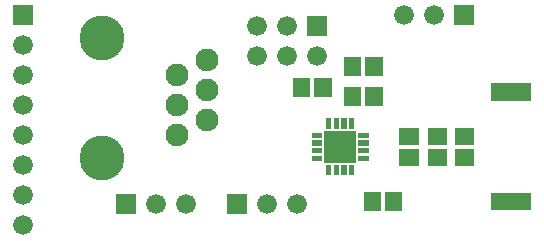
<source format=gbr>
G04 start of page 6 for group -4063 idx -4063 *
G04 Title: (unknown), componentmask *
G04 Creator: pcb 20110918 *
G04 CreationDate: Sun 25 Aug 2013 09:43:08 PM GMT UTC *
G04 For: ndholmes *
G04 Format: Gerber/RS-274X *
G04 PCB-Dimensions: 180000 82000 *
G04 PCB-Coordinate-Origin: lower left *
%MOIN*%
%FSLAX25Y25*%
%LNTOPMASK*%
%ADD48R,0.0176X0.0176*%
%ADD47R,0.0570X0.0570*%
%ADD46R,0.0572X0.0572*%
%ADD45C,0.1500*%
%ADD44C,0.0660*%
%ADD43C,0.0001*%
%ADD42C,0.0760*%
G54D42*X68000Y61000D03*
X58000Y56000D03*
Y46000D03*
Y36000D03*
X68000Y51000D03*
Y41000D03*
G54D43*G36*
X101200Y75800D02*Y69200D01*
X107800D01*
Y75800D01*
X101200D01*
G37*
G54D44*X94500Y72500D03*
X84500D03*
X104500Y62500D03*
X94500D03*
X84500D03*
G54D43*G36*
X150200Y79300D02*Y72700D01*
X156800D01*
Y79300D01*
X150200D01*
G37*
G54D44*X143500Y76000D03*
X133500D03*
X6500Y46000D03*
Y36000D03*
Y26000D03*
Y16000D03*
G54D45*X33000Y28500D03*
G54D43*G36*
X3200Y79300D02*Y72700D01*
X9800D01*
Y79300D01*
X3200D01*
G37*
G54D44*X6500Y66000D03*
Y56000D03*
G54D45*X33000Y68500D03*
G54D44*X6500Y6000D03*
G54D43*G36*
X37700Y16300D02*Y9700D01*
X44300D01*
Y16300D01*
X37700D01*
G37*
G54D44*X51000Y13000D03*
X61000D03*
G54D43*G36*
X74700Y16300D02*Y9700D01*
X81300D01*
Y16300D01*
X74700D01*
G37*
G54D44*X88000Y13000D03*
X98000D03*
G54D46*X134857Y35705D02*X135643D01*
X134857Y28619D02*X135643D01*
X144357Y35705D02*X145143D01*
X144357Y28619D02*X145143D01*
X153357Y35705D02*X154143D01*
X153357Y28619D02*X154143D01*
X130086Y14393D02*Y13607D01*
X123000Y14393D02*Y13607D01*
G54D47*X165500Y50462D02*X173000D01*
X165500Y13862D02*X173000D01*
G54D48*X119150Y28324D02*X120850D01*
X119150Y30883D02*X120850D01*
X119150Y33441D02*X120850D01*
X119150Y36000D02*X120850D01*
X116088Y40762D02*Y39062D01*
Y25262D02*Y23562D01*
G54D46*X123543Y59393D02*Y58607D01*
X116457Y59393D02*Y58607D01*
X123543Y49393D02*Y48607D01*
X116457Y49393D02*Y48607D01*
G54D48*X113529Y40762D02*Y39062D01*
X110971Y40762D02*Y39062D01*
G54D46*X106543Y52393D02*Y51607D01*
X99457Y52393D02*Y51607D01*
G54D48*X108412Y40762D02*Y39062D01*
Y25262D02*Y23562D01*
X110971Y25262D02*Y23562D01*
X113529Y25262D02*Y23562D01*
G54D43*G36*
X106950Y37462D02*Y26862D01*
X117550D01*
Y37462D01*
X106950D01*
G37*
G54D48*X103650Y36000D02*X105350D01*
X103650Y33441D02*X105350D01*
X103650Y30883D02*X105350D01*
X103650Y28324D02*X105350D01*
M02*

</source>
